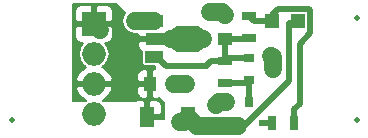
<source format=gbr>
G04 #@! TF.FileFunction,Copper,L1,Top,Signal*
%FSLAX46Y46*%
G04 Gerber Fmt 4.6, Leading zero omitted, Abs format (unit mm)*
G04 Created by KiCad (PCBNEW 4.0.5-e0-6337~49~ubuntu15.04.1) date Tue Dec 19 21:41:28 2017*
%MOMM*%
%LPD*%
G01*
G04 APERTURE LIST*
%ADD10C,0.100000*%
%ADD11R,1.300000X0.700000*%
%ADD12C,0.500000*%
%ADD13R,1.000000X1.250000*%
%ADD14R,1.250000X1.000000*%
%ADD15O,1.998980X1.998980*%
%ADD16R,1.998980X1.998980*%
%ADD17R,0.800000X0.900000*%
%ADD18R,1.500000X1.000000*%
%ADD19R,1.800000X1.000000*%
%ADD20R,1.840000X2.200000*%
%ADD21R,0.900000X0.800000*%
%ADD22R,1.300000X1.700000*%
%ADD23R,1.200000X1.200000*%
%ADD24R,0.700000X1.300000*%
%ADD25C,0.600000*%
%ADD26C,0.500000*%
%ADD27C,1.500000*%
%ADD28C,0.200000*%
G04 APERTURE END LIST*
D10*
D11*
X137414000Y-80076000D03*
X137414000Y-81976000D03*
D12*
X119380000Y-85090000D03*
X148590000Y-85090000D03*
D13*
X131080000Y-82042000D03*
X133080000Y-82042000D03*
D14*
X137414000Y-78216000D03*
X137414000Y-76216000D03*
D15*
X126365000Y-84582000D03*
D16*
X126365000Y-76962000D03*
D15*
X126365000Y-79502000D03*
X126365000Y-82042000D03*
D17*
X139446000Y-83582000D03*
X137546000Y-83582000D03*
X138496000Y-85582000D03*
D10*
G36*
X135167000Y-77132000D02*
X136017000Y-77732000D01*
X136017000Y-78732000D01*
X135167000Y-79332000D01*
X135167000Y-77132000D01*
X135167000Y-77132000D01*
G37*
D18*
X131445000Y-76732000D03*
D19*
X131591500Y-78232000D03*
D18*
X131445000Y-79732000D03*
D20*
X134258500Y-78232000D03*
D10*
G36*
X133348800Y-79332000D02*
X132348800Y-78632000D01*
X132348800Y-77832000D01*
X133348800Y-77132000D01*
X133348800Y-79332000D01*
X133348800Y-79332000D01*
G37*
D21*
X139462000Y-79822000D03*
X139462000Y-81722000D03*
X141462000Y-80772000D03*
D12*
X148590000Y-76454000D03*
D22*
X130838000Y-84836000D03*
X134338000Y-84836000D03*
D23*
X141394000Y-76708000D03*
X143594000Y-76708000D03*
D11*
X139446000Y-76266000D03*
X139446000Y-78166000D03*
D24*
X143317000Y-85344000D03*
X141417000Y-85344000D03*
D25*
X129159000Y-82677000D03*
X140589000Y-85344000D03*
X136144000Y-75946000D03*
X141351000Y-79629000D03*
X136652000Y-83820000D03*
X129794000Y-76708000D03*
X134112000Y-82042000D03*
X133604000Y-85217000D03*
D26*
X141417000Y-85344000D02*
X140589000Y-85344000D01*
D27*
X134258500Y-78232000D02*
X132848800Y-78232000D01*
X135592000Y-78232000D02*
X134258500Y-78232000D01*
X126365000Y-76962000D02*
X126873000Y-77470000D01*
X136144000Y-75946000D02*
X137144000Y-75946000D01*
X137144000Y-75946000D02*
X137414000Y-76216000D01*
X141462000Y-80772000D02*
X141462000Y-79740000D01*
X141462000Y-79740000D02*
X141351000Y-79629000D01*
X137546000Y-83582000D02*
X136890000Y-83582000D01*
X136890000Y-83582000D02*
X136652000Y-83820000D01*
X131445000Y-76732000D02*
X129818000Y-76732000D01*
X129818000Y-76732000D02*
X129794000Y-76708000D01*
X133080000Y-82042000D02*
X134112000Y-82042000D01*
D26*
X139462000Y-79822000D02*
X137668000Y-79822000D01*
X137668000Y-79822000D02*
X137414000Y-80076000D01*
X139446000Y-79806000D02*
X139462000Y-79822000D01*
X137414000Y-80076000D02*
X137414000Y-78216000D01*
X135890000Y-80518000D02*
X135890000Y-80450000D01*
X135890000Y-80450000D02*
X136264000Y-80076000D01*
X136264000Y-80076000D02*
X137414000Y-80076000D01*
X132461000Y-80518000D02*
X135890000Y-80518000D01*
X131675000Y-79732000D02*
X132461000Y-80518000D01*
X131445000Y-79732000D02*
X131675000Y-79732000D01*
X131802000Y-79732000D02*
X131445000Y-79732000D01*
X137414000Y-78216000D02*
X139396000Y-78216000D01*
X139396000Y-78216000D02*
X139446000Y-78166000D01*
D27*
X133604000Y-85217000D02*
X133957000Y-85217000D01*
X133957000Y-85217000D02*
X134338000Y-84836000D01*
D26*
X138496000Y-85582000D02*
X139081000Y-85582000D01*
X139081000Y-85582000D02*
X142875000Y-81788000D01*
X142875000Y-81788000D02*
X142875000Y-76835000D01*
X142875000Y-76835000D02*
X143467000Y-76835000D01*
X143467000Y-76835000D02*
X143594000Y-76708000D01*
D27*
X138496000Y-85582000D02*
X135084000Y-85582000D01*
X135084000Y-85582000D02*
X134338000Y-84836000D01*
D26*
X143623447Y-76719920D02*
X143594000Y-76749367D01*
X137414000Y-81976000D02*
X139208000Y-81976000D01*
X139208000Y-81976000D02*
X139462000Y-81722000D01*
X139396000Y-81788000D02*
X139462000Y-81722000D01*
X139446000Y-83582000D02*
X139446000Y-81738000D01*
X139446000Y-81738000D02*
X139462000Y-81722000D01*
X139462000Y-81722000D02*
X139462000Y-81820000D01*
X141893001Y-75657999D02*
X141394000Y-76157000D01*
X141394000Y-76157000D02*
X141394000Y-76708000D01*
X143764000Y-78613000D02*
X144644001Y-77732999D01*
X144644001Y-77732999D02*
X144644001Y-75747999D01*
X144554001Y-75657999D02*
X141893001Y-75657999D01*
X144644001Y-75747999D02*
X144554001Y-75657999D01*
X143764000Y-83747000D02*
X143764000Y-78613000D01*
X143317000Y-85344000D02*
X143317000Y-84194000D01*
X143317000Y-84194000D02*
X143764000Y-83747000D01*
X141394000Y-76708000D02*
X139888000Y-76708000D01*
X139888000Y-76708000D02*
X139446000Y-76266000D01*
D28*
G36*
X128994892Y-76050314D02*
X128823926Y-76306182D01*
X128744000Y-76708000D01*
X128823926Y-77109818D01*
X129051538Y-77450462D01*
X129075538Y-77474462D01*
X129416182Y-77702074D01*
X129818000Y-77782000D01*
X130083500Y-77782000D01*
X130083500Y-77926000D01*
X130235500Y-78078000D01*
X131437500Y-78078000D01*
X131437500Y-78058000D01*
X131728889Y-78058000D01*
X131728889Y-78078000D01*
X133022800Y-78078000D01*
X133022800Y-78386000D01*
X131728889Y-78386000D01*
X131728889Y-78406000D01*
X131437500Y-78406000D01*
X131437500Y-78386000D01*
X130235500Y-78386000D01*
X130083500Y-78538000D01*
X130083500Y-78852939D01*
X130176063Y-79076405D01*
X130347096Y-79247438D01*
X130389123Y-79264846D01*
X130389123Y-80232000D01*
X130410042Y-80343173D01*
X130475745Y-80445279D01*
X130575997Y-80513778D01*
X130695000Y-80537877D01*
X131472000Y-80537877D01*
X131472000Y-80809000D01*
X131386000Y-80809000D01*
X131234000Y-80961000D01*
X131234000Y-81888000D01*
X131254000Y-81888000D01*
X131254000Y-82196000D01*
X131234000Y-82196000D01*
X131234000Y-83123000D01*
X131386000Y-83275000D01*
X131700939Y-83275000D01*
X131842812Y-83216234D01*
X132234000Y-83607422D01*
X132234000Y-84990000D01*
X130664000Y-84990000D01*
X130664000Y-84682000D01*
X130684000Y-84682000D01*
X130684000Y-83530000D01*
X130992000Y-83530000D01*
X130992000Y-84682000D01*
X131944000Y-84682000D01*
X132096000Y-84530000D01*
X132096000Y-83865062D01*
X132003438Y-83641596D01*
X131832405Y-83470563D01*
X131608939Y-83378000D01*
X131144000Y-83378000D01*
X130992000Y-83530000D01*
X130684000Y-83530000D01*
X130532000Y-83378000D01*
X130067061Y-83378000D01*
X129854611Y-83466000D01*
X127086850Y-83466000D01*
X127180931Y-83427033D01*
X127648851Y-83009360D01*
X127921316Y-82444416D01*
X127879318Y-82348000D01*
X129972000Y-82348000D01*
X129972000Y-82787938D01*
X130064562Y-83011404D01*
X130235595Y-83182437D01*
X130459061Y-83275000D01*
X130774000Y-83275000D01*
X130926000Y-83123000D01*
X130926000Y-82196000D01*
X130124000Y-82196000D01*
X129972000Y-82348000D01*
X127879318Y-82348000D01*
X127813107Y-82196000D01*
X126519000Y-82196000D01*
X126519000Y-82216000D01*
X126211000Y-82216000D01*
X126211000Y-82196000D01*
X124916893Y-82196000D01*
X124808684Y-82444416D01*
X125081149Y-83009360D01*
X125549069Y-83427033D01*
X125643150Y-83466000D01*
X124560000Y-83466000D01*
X124560000Y-77268000D01*
X124757510Y-77268000D01*
X124757510Y-78082429D01*
X124850073Y-78305895D01*
X125021106Y-78476928D01*
X125244572Y-78569490D01*
X125438219Y-78569490D01*
X125164428Y-78979248D01*
X125065510Y-79476541D01*
X125065510Y-79527459D01*
X125164428Y-80024752D01*
X125446122Y-80446337D01*
X125680119Y-80602688D01*
X125549069Y-80656967D01*
X125081149Y-81074640D01*
X124808684Y-81639584D01*
X124916893Y-81888000D01*
X126211000Y-81888000D01*
X126211000Y-81868000D01*
X126519000Y-81868000D01*
X126519000Y-81888000D01*
X127813107Y-81888000D01*
X127921316Y-81639584D01*
X127755640Y-81296062D01*
X129972000Y-81296062D01*
X129972000Y-81736000D01*
X130124000Y-81888000D01*
X130926000Y-81888000D01*
X130926000Y-80961000D01*
X130774000Y-80809000D01*
X130459061Y-80809000D01*
X130235595Y-80901563D01*
X130064562Y-81072596D01*
X129972000Y-81296062D01*
X127755640Y-81296062D01*
X127648851Y-81074640D01*
X127180931Y-80656967D01*
X127049881Y-80602688D01*
X127283878Y-80446337D01*
X127565572Y-80024752D01*
X127664490Y-79527459D01*
X127664490Y-79476541D01*
X127565572Y-78979248D01*
X127291781Y-78569490D01*
X127485428Y-78569490D01*
X127708894Y-78476928D01*
X127879927Y-78305895D01*
X127972490Y-78082429D01*
X127972490Y-77268000D01*
X127820490Y-77116000D01*
X126519000Y-77116000D01*
X126519000Y-77136000D01*
X126211000Y-77136000D01*
X126211000Y-77116000D01*
X124909510Y-77116000D01*
X124757510Y-77268000D01*
X124560000Y-77268000D01*
X124560000Y-75841571D01*
X124757510Y-75841571D01*
X124757510Y-76656000D01*
X124909510Y-76808000D01*
X126211000Y-76808000D01*
X126211000Y-75506510D01*
X126519000Y-75506510D01*
X126519000Y-76808000D01*
X127820490Y-76808000D01*
X127972490Y-76656000D01*
X127972490Y-75841571D01*
X127879927Y-75618105D01*
X127708894Y-75447072D01*
X127485428Y-75354510D01*
X126671000Y-75354510D01*
X126519000Y-75506510D01*
X126211000Y-75506510D01*
X126059000Y-75354510D01*
X125244572Y-75354510D01*
X125021106Y-75447072D01*
X124850073Y-75618105D01*
X124757510Y-75841571D01*
X124560000Y-75841571D01*
X124560000Y-75305000D01*
X128249578Y-75305000D01*
X128994892Y-76050314D01*
X128994892Y-76050314D01*
G37*
X128994892Y-76050314D02*
X128823926Y-76306182D01*
X128744000Y-76708000D01*
X128823926Y-77109818D01*
X129051538Y-77450462D01*
X129075538Y-77474462D01*
X129416182Y-77702074D01*
X129818000Y-77782000D01*
X130083500Y-77782000D01*
X130083500Y-77926000D01*
X130235500Y-78078000D01*
X131437500Y-78078000D01*
X131437500Y-78058000D01*
X131728889Y-78058000D01*
X131728889Y-78078000D01*
X133022800Y-78078000D01*
X133022800Y-78386000D01*
X131728889Y-78386000D01*
X131728889Y-78406000D01*
X131437500Y-78406000D01*
X131437500Y-78386000D01*
X130235500Y-78386000D01*
X130083500Y-78538000D01*
X130083500Y-78852939D01*
X130176063Y-79076405D01*
X130347096Y-79247438D01*
X130389123Y-79264846D01*
X130389123Y-80232000D01*
X130410042Y-80343173D01*
X130475745Y-80445279D01*
X130575997Y-80513778D01*
X130695000Y-80537877D01*
X131472000Y-80537877D01*
X131472000Y-80809000D01*
X131386000Y-80809000D01*
X131234000Y-80961000D01*
X131234000Y-81888000D01*
X131254000Y-81888000D01*
X131254000Y-82196000D01*
X131234000Y-82196000D01*
X131234000Y-83123000D01*
X131386000Y-83275000D01*
X131700939Y-83275000D01*
X131842812Y-83216234D01*
X132234000Y-83607422D01*
X132234000Y-84990000D01*
X130664000Y-84990000D01*
X130664000Y-84682000D01*
X130684000Y-84682000D01*
X130684000Y-83530000D01*
X130992000Y-83530000D01*
X130992000Y-84682000D01*
X131944000Y-84682000D01*
X132096000Y-84530000D01*
X132096000Y-83865062D01*
X132003438Y-83641596D01*
X131832405Y-83470563D01*
X131608939Y-83378000D01*
X131144000Y-83378000D01*
X130992000Y-83530000D01*
X130684000Y-83530000D01*
X130532000Y-83378000D01*
X130067061Y-83378000D01*
X129854611Y-83466000D01*
X127086850Y-83466000D01*
X127180931Y-83427033D01*
X127648851Y-83009360D01*
X127921316Y-82444416D01*
X127879318Y-82348000D01*
X129972000Y-82348000D01*
X129972000Y-82787938D01*
X130064562Y-83011404D01*
X130235595Y-83182437D01*
X130459061Y-83275000D01*
X130774000Y-83275000D01*
X130926000Y-83123000D01*
X130926000Y-82196000D01*
X130124000Y-82196000D01*
X129972000Y-82348000D01*
X127879318Y-82348000D01*
X127813107Y-82196000D01*
X126519000Y-82196000D01*
X126519000Y-82216000D01*
X126211000Y-82216000D01*
X126211000Y-82196000D01*
X124916893Y-82196000D01*
X124808684Y-82444416D01*
X125081149Y-83009360D01*
X125549069Y-83427033D01*
X125643150Y-83466000D01*
X124560000Y-83466000D01*
X124560000Y-77268000D01*
X124757510Y-77268000D01*
X124757510Y-78082429D01*
X124850073Y-78305895D01*
X125021106Y-78476928D01*
X125244572Y-78569490D01*
X125438219Y-78569490D01*
X125164428Y-78979248D01*
X125065510Y-79476541D01*
X125065510Y-79527459D01*
X125164428Y-80024752D01*
X125446122Y-80446337D01*
X125680119Y-80602688D01*
X125549069Y-80656967D01*
X125081149Y-81074640D01*
X124808684Y-81639584D01*
X124916893Y-81888000D01*
X126211000Y-81888000D01*
X126211000Y-81868000D01*
X126519000Y-81868000D01*
X126519000Y-81888000D01*
X127813107Y-81888000D01*
X127921316Y-81639584D01*
X127755640Y-81296062D01*
X129972000Y-81296062D01*
X129972000Y-81736000D01*
X130124000Y-81888000D01*
X130926000Y-81888000D01*
X130926000Y-80961000D01*
X130774000Y-80809000D01*
X130459061Y-80809000D01*
X130235595Y-80901563D01*
X130064562Y-81072596D01*
X129972000Y-81296062D01*
X127755640Y-81296062D01*
X127648851Y-81074640D01*
X127180931Y-80656967D01*
X127049881Y-80602688D01*
X127283878Y-80446337D01*
X127565572Y-80024752D01*
X127664490Y-79527459D01*
X127664490Y-79476541D01*
X127565572Y-78979248D01*
X127291781Y-78569490D01*
X127485428Y-78569490D01*
X127708894Y-78476928D01*
X127879927Y-78305895D01*
X127972490Y-78082429D01*
X127972490Y-77268000D01*
X127820490Y-77116000D01*
X126519000Y-77116000D01*
X126519000Y-77136000D01*
X126211000Y-77136000D01*
X126211000Y-77116000D01*
X124909510Y-77116000D01*
X124757510Y-77268000D01*
X124560000Y-77268000D01*
X124560000Y-75841571D01*
X124757510Y-75841571D01*
X124757510Y-76656000D01*
X124909510Y-76808000D01*
X126211000Y-76808000D01*
X126211000Y-75506510D01*
X126519000Y-75506510D01*
X126519000Y-76808000D01*
X127820490Y-76808000D01*
X127972490Y-76656000D01*
X127972490Y-75841571D01*
X127879927Y-75618105D01*
X127708894Y-75447072D01*
X127485428Y-75354510D01*
X126671000Y-75354510D01*
X126519000Y-75506510D01*
X126211000Y-75506510D01*
X126059000Y-75354510D01*
X125244572Y-75354510D01*
X125021106Y-75447072D01*
X124850073Y-75618105D01*
X124757510Y-75841571D01*
X124560000Y-75841571D01*
X124560000Y-75305000D01*
X128249578Y-75305000D01*
X128994892Y-76050314D01*
M02*

</source>
